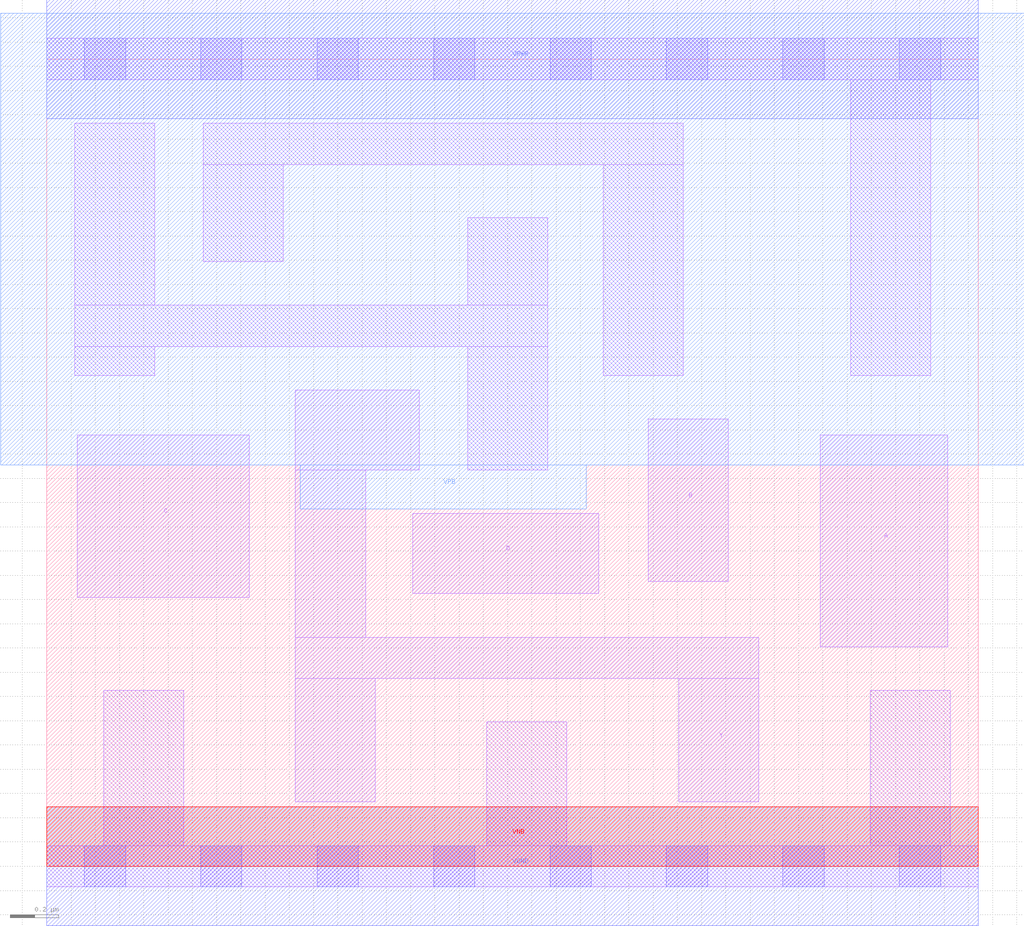
<source format=lef>
# Copyright 2020 The SkyWater PDK Authors
#
# Licensed under the Apache License, Version 2.0 (the "License");
# you may not use this file except in compliance with the License.
# You may obtain a copy of the License at
#
#     https://www.apache.org/licenses/LICENSE-2.0
#
# Unless required by applicable law or agreed to in writing, software
# distributed under the License is distributed on an "AS IS" BASIS,
# WITHOUT WARRANTIES OR CONDITIONS OF ANY KIND, either express or implied.
# See the License for the specific language governing permissions and
# limitations under the License.
#
# SPDX-License-Identifier: Apache-2.0

VERSION 5.7 ;
  NOWIREEXTENSIONATPIN ON ;
  DIVIDERCHAR "/" ;
  BUSBITCHARS "[]" ;
MACRO sky130_fd_sc_lp__nor4_lp
  CLASS CORE ;
  FOREIGN sky130_fd_sc_lp__nor4_lp ;
  ORIGIN  0.000000  0.000000 ;
  SIZE  3.840000 BY  3.330000 ;
  SYMMETRY X Y R90 ;
  SITE unit ;
  PIN A
    ANTENNAGATEAREA  0.376000 ;
    DIRECTION INPUT ;
    USE SIGNAL ;
    PORT
      LAYER li1 ;
        RECT 3.190000 0.905000 3.715000 1.780000 ;
    END
  END A
  PIN B
    ANTENNAGATEAREA  0.376000 ;
    DIRECTION INPUT ;
    USE SIGNAL ;
    PORT
      LAYER li1 ;
        RECT 2.480000 1.175000 2.810000 1.845000 ;
    END
  END B
  PIN C
    ANTENNAGATEAREA  0.376000 ;
    DIRECTION INPUT ;
    USE SIGNAL ;
    PORT
      LAYER li1 ;
        RECT 0.125000 1.110000 0.835000 1.780000 ;
    END
  END C
  PIN D
    ANTENNAGATEAREA  0.376000 ;
    DIRECTION INPUT ;
    USE SIGNAL ;
    PORT
      LAYER li1 ;
        RECT 1.510000 1.125000 2.275000 1.455000 ;
    END
  END D
  PIN Y
    ANTENNADIFFAREA  0.520200 ;
    DIRECTION OUTPUT ;
    USE SIGNAL ;
    PORT
      LAYER li1 ;
        RECT 1.025000 0.265000 1.355000 0.775000 ;
        RECT 1.025000 0.775000 2.935000 0.945000 ;
        RECT 1.025000 0.945000 1.315000 1.635000 ;
        RECT 1.025000 1.635000 1.535000 1.965000 ;
        RECT 2.605000 0.265000 2.935000 0.775000 ;
    END
  END Y
  PIN VGND
    DIRECTION INOUT ;
    USE GROUND ;
    PORT
      LAYER met1 ;
        RECT 0.000000 -0.245000 3.840000 0.245000 ;
    END
  END VGND
  PIN VNB
    DIRECTION INOUT ;
    USE GROUND ;
    PORT
      LAYER pwell ;
        RECT 0.000000 0.000000 3.840000 0.245000 ;
    END
  END VNB
  PIN VPB
    DIRECTION INOUT ;
    USE POWER ;
    PORT
      LAYER nwell ;
        RECT -0.190000 1.655000 4.030000 3.520000 ;
        RECT  1.045000 1.475000 2.225000 1.655000 ;
    END
  END VPB
  PIN VPWR
    DIRECTION INOUT ;
    USE POWER ;
    PORT
      LAYER met1 ;
        RECT 0.000000 3.085000 3.840000 3.575000 ;
    END
  END VPWR
  OBS
    LAYER li1 ;
      RECT 0.000000 -0.085000 3.840000 0.085000 ;
      RECT 0.000000  3.245000 3.840000 3.415000 ;
      RECT 0.115000  2.025000 0.445000 2.145000 ;
      RECT 0.115000  2.145000 2.065000 2.315000 ;
      RECT 0.115000  2.315000 0.445000 3.065000 ;
      RECT 0.235000  0.085000 0.565000 0.725000 ;
      RECT 0.645000  2.495000 0.975000 2.895000 ;
      RECT 0.645000  2.895000 2.625000 3.065000 ;
      RECT 1.735000  1.635000 2.065000 2.145000 ;
      RECT 1.735000  2.315000 2.065000 2.675000 ;
      RECT 1.815000  0.085000 2.145000 0.595000 ;
      RECT 2.295000  2.025000 2.625000 2.895000 ;
      RECT 3.315000  2.025000 3.645000 3.245000 ;
      RECT 3.395000  0.085000 3.725000 0.725000 ;
    LAYER mcon ;
      RECT 0.155000 -0.085000 0.325000 0.085000 ;
      RECT 0.155000  3.245000 0.325000 3.415000 ;
      RECT 0.635000 -0.085000 0.805000 0.085000 ;
      RECT 0.635000  3.245000 0.805000 3.415000 ;
      RECT 1.115000 -0.085000 1.285000 0.085000 ;
      RECT 1.115000  3.245000 1.285000 3.415000 ;
      RECT 1.595000 -0.085000 1.765000 0.085000 ;
      RECT 1.595000  3.245000 1.765000 3.415000 ;
      RECT 2.075000 -0.085000 2.245000 0.085000 ;
      RECT 2.075000  3.245000 2.245000 3.415000 ;
      RECT 2.555000 -0.085000 2.725000 0.085000 ;
      RECT 2.555000  3.245000 2.725000 3.415000 ;
      RECT 3.035000 -0.085000 3.205000 0.085000 ;
      RECT 3.035000  3.245000 3.205000 3.415000 ;
      RECT 3.515000 -0.085000 3.685000 0.085000 ;
      RECT 3.515000  3.245000 3.685000 3.415000 ;
  END
END sky130_fd_sc_lp__nor4_lp
END LIBRARY

</source>
